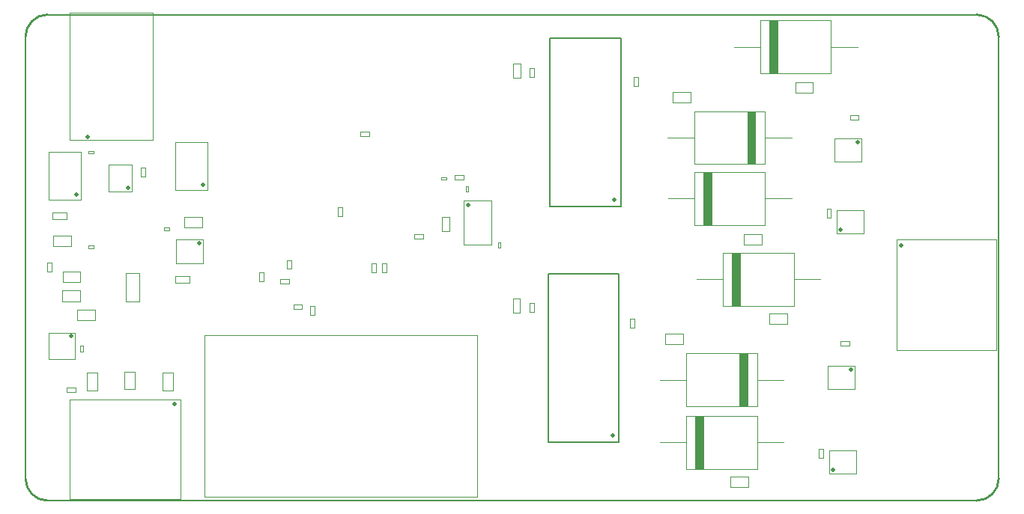
<source format=gm1>
G04 Layer_Color=16711935*
%FSLAX43Y43*%
%MOMM*%
G71*
G01*
G75*
%ADD47C,0.500*%
%ADD48C,0.200*%
%ADD49C,0.254*%
%ADD64C,0.100*%
G36*
X80850Y22050D02*
X79850D01*
Y28050D01*
X80850D01*
Y22050D01*
D02*
G37*
G36*
X81700Y10675D02*
X80700D01*
Y16675D01*
X81700D01*
Y10675D01*
D02*
G37*
G36*
X76675Y3575D02*
X75675D01*
Y9575D01*
X76675D01*
Y3575D01*
D02*
G37*
G36*
X85050Y48350D02*
X84050D01*
Y54350D01*
X85050D01*
Y48350D01*
D02*
G37*
G36*
X82575Y38075D02*
X81575D01*
Y44075D01*
X82575D01*
Y38075D01*
D02*
G37*
G36*
X77600Y31200D02*
X76600D01*
Y37200D01*
X77600D01*
Y31200D01*
D02*
G37*
D47*
X91300Y3475D02*
D03*
X93275Y14850D02*
D03*
X92125Y30625D02*
D03*
X94075Y40575D02*
D03*
X66350Y7375D02*
D03*
X66585Y34025D02*
D03*
X50000Y33450D02*
D03*
X99000Y28875D02*
D03*
X5750Y34650D02*
D03*
X11575Y35375D02*
D03*
X20050Y35725D02*
D03*
X19675Y29100D02*
D03*
X5200Y18600D02*
D03*
X7000Y41200D02*
D03*
X16850Y10900D02*
D03*
D48*
X67050Y6650D02*
Y25700D01*
X59050D02*
X67050D01*
X59050Y6650D02*
Y25700D01*
Y6650D02*
X67050D01*
X67285Y33300D02*
Y52350D01*
X59285D02*
X67285D01*
X59285Y33300D02*
Y52350D01*
Y33300D02*
X67285D01*
X110000Y2500D02*
Y52500D01*
X2500Y55000D02*
X107500D01*
X2500Y0D02*
X107500D01*
X0Y2500D02*
Y52500D01*
D49*
X107500Y0D02*
G03*
X110000Y2500I0J2500D01*
G01*
Y52500D02*
G03*
X107500Y55000I-2500J0D01*
G01*
X0Y2500D02*
G03*
X2500Y0I2500J0D01*
G01*
Y55000D02*
G03*
X0Y52500I0J-2500D01*
G01*
D64*
X92125Y18025D02*
X93125D01*
X92125Y17525D02*
X93125D01*
X92125D02*
Y18025D01*
X93125Y17525D02*
Y18025D01*
X90125Y4850D02*
Y5850D01*
X89625Y4850D02*
Y5850D01*
X90125D01*
X89625Y4850D02*
X90125D01*
X90880Y3055D02*
Y5695D01*
X93920D01*
Y3055D02*
Y5695D01*
X90880Y3055D02*
X93920D01*
X93695Y12630D02*
Y15270D01*
X90655Y12630D02*
X93695D01*
X90655D02*
Y15270D01*
X93695D01*
X84076Y19975D02*
Y21175D01*
X86075Y19975D02*
Y21175D01*
X84076D02*
X86075D01*
X84076Y19975D02*
X86075D01*
X78850Y22050D02*
X86850D01*
X78850D02*
Y28050D01*
X86850D01*
Y22050D02*
Y28050D01*
X80850Y22050D02*
X86850D01*
Y25050D02*
X89850D01*
X75850D02*
X78850D01*
X72301Y17675D02*
Y18875D01*
X74300Y17675D02*
Y18875D01*
X72301D02*
X74300D01*
X72301Y17675D02*
X74300D01*
X68800Y19575D02*
Y20575D01*
X68300Y19575D02*
Y20575D01*
X68800D01*
X68300Y19575D02*
X68800D01*
X79676Y1500D02*
Y2700D01*
X81675Y1500D02*
Y2700D01*
X79676D02*
X81675D01*
X79676Y1500D02*
X81675D01*
X74675Y3575D02*
X82675D01*
X74675D02*
Y9575D01*
X82675D01*
Y3575D02*
Y9575D01*
X76675Y3575D02*
X82675D01*
Y6575D02*
X85675D01*
X71675D02*
X74675D01*
X74700Y16675D02*
X82700D01*
Y10675D02*
Y16675D01*
X74700Y10675D02*
X82700D01*
X74700D02*
Y16675D01*
X80700D01*
X71700Y13675D02*
X74700D01*
X82700D02*
X85700D01*
X91050Y32000D02*
Y33000D01*
X90550Y32000D02*
Y33000D01*
X91050D01*
X90550Y32000D02*
X91050D01*
X91705Y30205D02*
Y32845D01*
X94745D01*
Y30205D02*
Y32845D01*
X91705Y30205D02*
X94745D01*
X81201Y28950D02*
Y30150D01*
X83200Y28950D02*
Y30150D01*
X81201D02*
X83200D01*
X81201Y28950D02*
X83200D01*
X75600Y31200D02*
X83600D01*
X75600D02*
Y37200D01*
X83600D01*
Y31200D02*
Y37200D01*
X77600Y31200D02*
X83600D01*
Y34200D02*
X86600D01*
X72600D02*
X75600D01*
X83050Y48350D02*
X91050D01*
X83050D02*
Y54350D01*
X91050D01*
Y48350D02*
Y54350D01*
X85050Y48350D02*
X91050D01*
Y51350D02*
X94050D01*
X80050D02*
X83050D01*
X87001Y46175D02*
Y47375D01*
X89000Y46175D02*
Y47375D01*
X87001D02*
X89000D01*
X87001Y46175D02*
X89000D01*
X94495Y38355D02*
Y40995D01*
X91455Y38355D02*
X94495D01*
X91455D02*
Y40995D01*
X94495D01*
X93175Y43600D02*
X94175D01*
X93175Y43100D02*
X94175D01*
X93175D02*
Y43600D01*
X94175Y43100D02*
Y43600D01*
X73151Y45025D02*
Y46225D01*
X75150Y45025D02*
Y46225D01*
X73151D02*
X75150D01*
X73151Y45025D02*
X75150D01*
X69225Y46900D02*
Y47900D01*
X68725Y46900D02*
Y47900D01*
X69225D01*
X68725Y46900D02*
X69225D01*
X75575Y44075D02*
X83575D01*
Y38075D02*
Y44075D01*
X75575Y38075D02*
X83575D01*
X75575D02*
Y44075D01*
X81575D01*
X72575Y41075D02*
X75575D01*
X83575D02*
X86575D01*
X56975Y21325D02*
Y22325D01*
X57475Y21325D02*
Y22325D01*
X56975Y21325D02*
X57475D01*
X56975Y22325D02*
X57475D01*
X55100Y22850D02*
X55900D01*
X55100Y21250D02*
X55900D01*
Y22850D01*
X55100Y21250D02*
Y22850D01*
X56950Y47975D02*
Y48975D01*
X57450Y47975D02*
Y48975D01*
X56950Y47975D02*
X57450D01*
X56950Y48975D02*
X57450D01*
X55125Y49450D02*
X55925D01*
X55125Y47850D02*
X55925D01*
Y49450D01*
X55125Y47850D02*
Y49450D01*
X40775Y25875D02*
Y26875D01*
X40275Y25875D02*
Y26875D01*
X40775D01*
X40275Y25875D02*
X40775D01*
X39150Y25875D02*
Y26875D01*
X39650Y25875D02*
Y26875D01*
X39150Y25875D02*
X39650D01*
X39150Y26875D02*
X39650D01*
X50075Y35000D02*
Y35600D01*
X49775Y35000D02*
Y35600D01*
X50075D01*
X49775Y35000D02*
X50075D01*
X53700Y28650D02*
Y29250D01*
X53400Y28650D02*
Y29250D01*
X53700D01*
X53400Y28650D02*
X53700D01*
X49513Y33950D02*
X52687D01*
X49513Y28950D02*
Y33950D01*
Y28950D02*
X52687D01*
Y33950D01*
X48525Y36350D02*
X49525D01*
X48525Y36850D02*
X49525D01*
Y36350D02*
Y36850D01*
X48525Y36350D02*
Y36850D01*
X46950Y36300D02*
X47550D01*
X46950Y36600D02*
X47550D01*
Y36300D02*
Y36600D01*
X46950Y36300D02*
Y36600D01*
X47900Y30500D02*
Y32100D01*
X47100Y30500D02*
Y32100D01*
X47900D01*
X47100Y30500D02*
X47900D01*
X37825Y41275D02*
X38825D01*
X37825Y41775D02*
X38825D01*
Y41275D02*
Y41775D01*
X37825Y41275D02*
Y41775D01*
X43950Y30175D02*
X44950D01*
X43950Y29675D02*
X44950D01*
X43950D02*
Y30175D01*
X44950Y29675D02*
Y30175D01*
X35800Y32200D02*
Y33200D01*
X35300Y32200D02*
Y33200D01*
X35800D01*
X35300Y32200D02*
X35800D01*
X109700Y17025D02*
Y29525D01*
X98500Y17025D02*
Y29525D01*
Y17025D02*
X109700D01*
X98500Y29525D02*
X109700D01*
X2650Y39450D02*
X6250D01*
X2650Y34050D02*
Y39450D01*
Y34050D02*
X6250D01*
Y39450D01*
X7100Y39275D02*
X7700D01*
X7100Y39575D02*
X7700D01*
Y39275D02*
Y39575D01*
X7100Y39275D02*
Y39575D01*
X9355Y34955D02*
X11995D01*
X9355D02*
Y37995D01*
X11995D01*
Y34955D02*
Y37995D01*
X13000Y36700D02*
Y37700D01*
X13500Y36700D02*
Y37700D01*
X13000Y36700D02*
X13500D01*
X13000Y37700D02*
X13500D01*
X4650Y31850D02*
Y32650D01*
X3050Y31850D02*
Y32650D01*
Y31850D02*
X4650D01*
X3050Y32650D02*
X4650D01*
X5124Y28775D02*
Y29975D01*
X3125Y28775D02*
Y29975D01*
Y28775D02*
X5124D01*
X3125Y29975D02*
X5124D01*
X7125Y28875D02*
X7725D01*
X7125Y28575D02*
X7725D01*
X7125D02*
Y28875D01*
X7725Y28575D02*
Y28875D01*
X2975Y25900D02*
Y26900D01*
X2475Y25900D02*
Y26900D01*
X2975D01*
X2475Y25900D02*
X2975D01*
X6199Y24750D02*
Y25950D01*
X4200Y24750D02*
Y25950D01*
Y24750D02*
X6199D01*
X4200Y25950D02*
X6199D01*
X15650Y30600D02*
X16250D01*
X15650Y30900D02*
X16250D01*
Y30600D02*
Y30900D01*
X15650Y30600D02*
Y30900D01*
X16950Y40525D02*
X20550D01*
X16950Y35125D02*
Y40525D01*
Y35125D02*
X20550D01*
Y40525D01*
X20095Y26880D02*
Y29520D01*
X17055Y26880D02*
X20095D01*
X17055D02*
Y29520D01*
X20095D01*
X17976Y30875D02*
Y32075D01*
X19975Y30875D02*
Y32075D01*
X17976D02*
X19975D01*
X17976Y30875D02*
X19975D01*
X18525Y24650D02*
Y25450D01*
X16925Y24650D02*
Y25450D01*
Y24650D02*
X18525D01*
X16925Y25450D02*
X18525D01*
X12900Y22525D02*
Y25725D01*
X11350Y22525D02*
Y25725D01*
X12900D01*
X11350Y22525D02*
X12900D01*
X7849Y20400D02*
Y21600D01*
X5850Y20400D02*
Y21600D01*
Y20400D02*
X7849D01*
X5850Y21600D02*
X7849D01*
X6174Y22575D02*
Y23775D01*
X4175Y22575D02*
Y23775D01*
Y22575D02*
X6174D01*
X4175Y23775D02*
X6174D01*
X2600Y19000D02*
X5600D01*
X2600Y16000D02*
Y19000D01*
Y16000D02*
X5600D01*
Y19000D01*
X6500Y16900D02*
Y17500D01*
X6200Y16900D02*
Y17500D01*
X6500D01*
X6200Y16900D02*
X6500D01*
X14400Y40800D02*
Y55200D01*
X5000Y40800D02*
Y55200D01*
X14400D01*
X5000Y40800D02*
X14400D01*
X6900Y14499D02*
X8100D01*
X6900Y12500D02*
X8100D01*
Y14499D01*
X6900Y12500D02*
Y14499D01*
X5000Y200D02*
X17500D01*
X5000Y11400D02*
X17500D01*
X5000Y200D02*
Y11400D01*
X17500Y200D02*
Y11400D01*
X4650Y12775D02*
X5650D01*
X4650Y12275D02*
X5650D01*
X4650D02*
Y12775D01*
X5650Y12275D02*
Y12775D01*
X15450Y14499D02*
X16650D01*
X15450Y12500D02*
X16650D01*
Y14499D01*
X15450Y12500D02*
Y14499D01*
X20240Y418D02*
Y18718D01*
X51050D01*
Y418D02*
Y18718D01*
X20240Y418D02*
X51050D01*
X11150Y12601D02*
X12350D01*
X11150Y14600D02*
X12350D01*
X11150Y12601D02*
Y14600D01*
X12350Y12601D02*
Y14600D01*
X32175Y21050D02*
Y22050D01*
X32675Y21050D02*
Y22050D01*
X32175Y21050D02*
X32675D01*
X32175Y22050D02*
X32675D01*
X30275Y21700D02*
X31275D01*
X30275Y22200D02*
X31275D01*
Y21700D02*
Y22200D01*
X30275Y21700D02*
Y22200D01*
X29575Y26225D02*
Y27225D01*
X30075Y26225D02*
Y27225D01*
X29575Y26225D02*
X30075D01*
X29575Y27225D02*
X30075D01*
X28775Y25050D02*
X29775D01*
X28775Y24550D02*
X29775D01*
X28775D02*
Y25050D01*
X29775Y24550D02*
Y25050D01*
X26400Y24825D02*
Y25825D01*
X26900Y24825D02*
Y25825D01*
X26400Y24825D02*
X26900D01*
X26400Y25825D02*
X26900D01*
M02*

</source>
